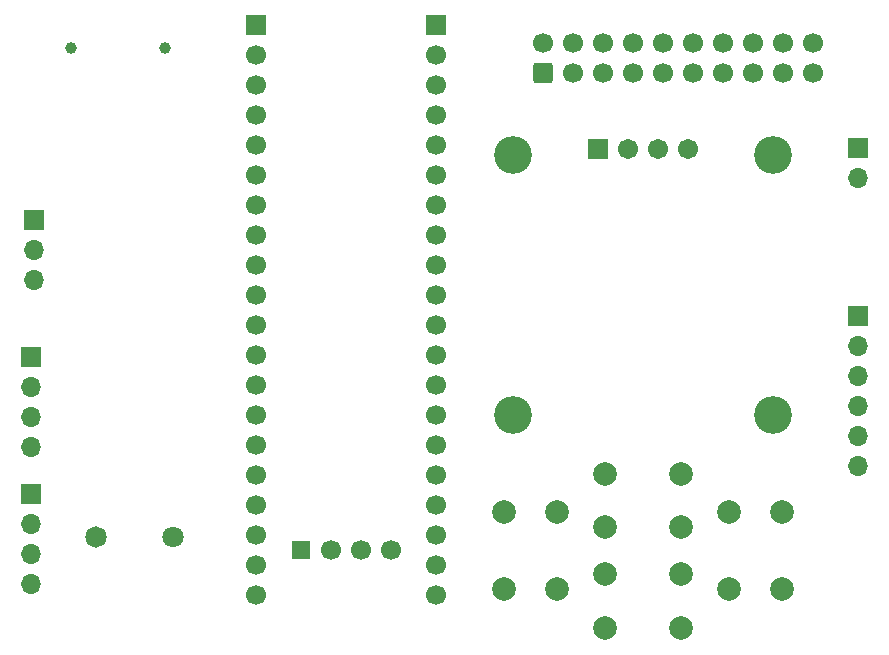
<source format=gbr>
%TF.GenerationSoftware,KiCad,Pcbnew,8.0.5*%
%TF.CreationDate,2024-12-10T05:31:14-08:00*%
%TF.ProjectId,sdiskII_stm32,73646973-6b49-4495-9f73-746d33322e6b,3*%
%TF.SameCoordinates,Original*%
%TF.FileFunction,Soldermask,Bot*%
%TF.FilePolarity,Negative*%
%FSLAX46Y46*%
G04 Gerber Fmt 4.6, Leading zero omitted, Abs format (unit mm)*
G04 Created by KiCad (PCBNEW 8.0.5) date 2024-12-10 05:31:14*
%MOMM*%
%LPD*%
G01*
G04 APERTURE LIST*
G04 Aperture macros list*
%AMRoundRect*
0 Rectangle with rounded corners*
0 $1 Rounding radius*
0 $2 $3 $4 $5 $6 $7 $8 $9 X,Y pos of 4 corners*
0 Add a 4 corners polygon primitive as box body*
4,1,4,$2,$3,$4,$5,$6,$7,$8,$9,$2,$3,0*
0 Add four circle primitives for the rounded corners*
1,1,$1+$1,$2,$3*
1,1,$1+$1,$4,$5*
1,1,$1+$1,$6,$7*
1,1,$1+$1,$8,$9*
0 Add four rect primitives between the rounded corners*
20,1,$1+$1,$2,$3,$4,$5,0*
20,1,$1+$1,$4,$5,$6,$7,0*
20,1,$1+$1,$6,$7,$8,$9,0*
20,1,$1+$1,$8,$9,$2,$3,0*%
G04 Aperture macros list end*
%ADD10RoundRect,0.250000X0.600000X-0.600000X0.600000X0.600000X-0.600000X0.600000X-0.600000X-0.600000X0*%
%ADD11C,1.700000*%
%ADD12R,1.700000X1.700000*%
%ADD13O,1.700000X1.700000*%
%ADD14C,2.000000*%
%ADD15C,1.824000*%
%ADD16C,1.800000*%
%ADD17R,1.524000X1.524000*%
%ADD18RoundRect,0.102000X-0.754000X-0.754000X0.754000X-0.754000X0.754000X0.754000X-0.754000X0.754000X0*%
%ADD19C,1.712000*%
%ADD20C,3.204000*%
%ADD21C,1.000000*%
G04 APERTURE END LIST*
D10*
%TO.C,J2*%
X178290000Y-92490000D03*
D11*
X178290000Y-89950000D03*
X180830000Y-92490000D03*
X180830000Y-89950000D03*
X183370000Y-92490000D03*
X183370000Y-89950000D03*
X185910000Y-92490000D03*
X185910000Y-89950000D03*
X188450000Y-92490000D03*
X188450000Y-89950000D03*
X190990000Y-92490000D03*
X190990000Y-89950000D03*
X193530000Y-92490000D03*
X193530000Y-89950000D03*
X196070000Y-92490000D03*
X196070000Y-89950000D03*
X198610000Y-92490000D03*
X198610000Y-89950000D03*
X201150000Y-92490000D03*
X201150000Y-89950000D03*
%TD*%
D12*
%TO.C,J3*%
X205000000Y-113050000D03*
D13*
X205000000Y-115590000D03*
X205000000Y-118130000D03*
X205000000Y-120670000D03*
X205000000Y-123210000D03*
X205000000Y-125750000D03*
%TD*%
D14*
%TO.C,UP1*%
X190040000Y-130950000D03*
X183540000Y-130950000D03*
X190040000Y-126450000D03*
X183540000Y-126450000D03*
%TD*%
D12*
%TO.C,DEBUG*%
X135000000Y-116500000D03*
D13*
X135000000Y-119040000D03*
X135000000Y-121580000D03*
X135000000Y-124120000D03*
%TD*%
D15*
%TO.C,BZ1*%
X140500000Y-131750000D03*
D16*
X147000000Y-131750000D03*
%TD*%
D12*
%TO.C,J4*%
X135240000Y-104975000D03*
D13*
X135240000Y-107515000D03*
X135240000Y-110055000D03*
%TD*%
D12*
%TO.C,\u03BCC1*%
X154050000Y-88440000D03*
D11*
X154050000Y-90980000D03*
X154050000Y-93520000D03*
X154050000Y-96060000D03*
X154050000Y-98600000D03*
X154050000Y-101140000D03*
X154050000Y-103680000D03*
X154050000Y-106220000D03*
X154050000Y-108760000D03*
X154050000Y-111300000D03*
X154050000Y-113840000D03*
X154050000Y-116380000D03*
X154050000Y-118920000D03*
X154050000Y-121460000D03*
X154050000Y-124000000D03*
X154050000Y-126540000D03*
X154050000Y-129080000D03*
X154050000Y-131620000D03*
X154050000Y-134160000D03*
X154050000Y-136700000D03*
X169290000Y-136700000D03*
X169290000Y-134160000D03*
X169290000Y-131620000D03*
X169290000Y-129080000D03*
X169290000Y-126540000D03*
X169290000Y-124000000D03*
X169290000Y-121460000D03*
X169290000Y-118920000D03*
X169290000Y-116380000D03*
X169290000Y-113840000D03*
X169290000Y-111300000D03*
X169290000Y-108760000D03*
X169290000Y-106220000D03*
X169290000Y-103680000D03*
X169290000Y-101140000D03*
X169290000Y-98600000D03*
X169290000Y-96060000D03*
X169290000Y-93520000D03*
X169290000Y-90980000D03*
D12*
X169290000Y-88440000D03*
D17*
X157860000Y-132890000D03*
D11*
X160400000Y-132890000D03*
X162940000Y-132890000D03*
X165480000Y-132890000D03*
%TD*%
D12*
%TO.C,J1*%
X205000000Y-98810000D03*
D13*
X205000000Y-101350000D03*
%TD*%
D14*
%TO.C,ENTR1*%
X198540000Y-129700000D03*
X198540000Y-136200000D03*
X194040000Y-129700000D03*
X194040000Y-136200000D03*
%TD*%
D12*
%TO.C,J6*%
X135000000Y-128180000D03*
D13*
X135000000Y-130720000D03*
X135000000Y-133260000D03*
X135000000Y-135800000D03*
%TD*%
D18*
%TO.C,U8*%
X182980000Y-98950000D03*
D19*
X185520000Y-98950000D03*
X188060000Y-98950000D03*
X190600000Y-98950000D03*
D20*
X175790000Y-99450000D03*
X197790000Y-99450000D03*
X197790000Y-121450000D03*
X175790000Y-121450000D03*
%TD*%
D21*
%TO.C,U2*%
X138340000Y-90350000D03*
X146340000Y-90350000D03*
%TD*%
D14*
%TO.C,RET1*%
X179540000Y-129700000D03*
X179540000Y-136200000D03*
X175040000Y-129700000D03*
X175040000Y-136200000D03*
%TD*%
%TO.C,DOWN1*%
X183540000Y-134950000D03*
X190040000Y-134950000D03*
X183540000Y-139450000D03*
X190040000Y-139450000D03*
%TD*%
M02*

</source>
